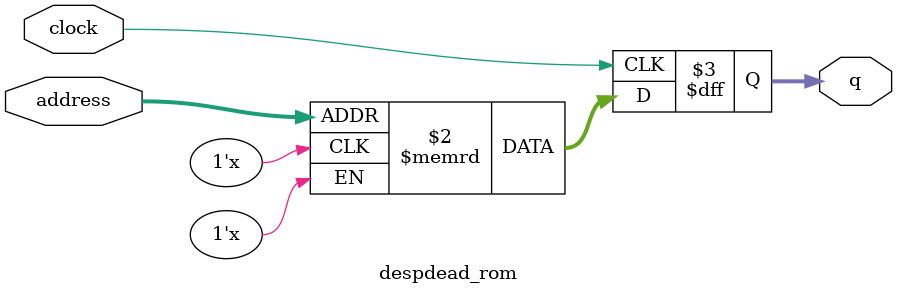
<source format=sv>
module despdead_rom (
	input logic clock,
	input logic [11:0] address,
	output logic [3:0] q
);

logic [3:0] memory [0:4095] /* synthesis ram_init_file = "./despdead/despdead.mif" */;

always_ff @ (posedge clock) begin
	q <= memory[address];
end

endmodule

</source>
